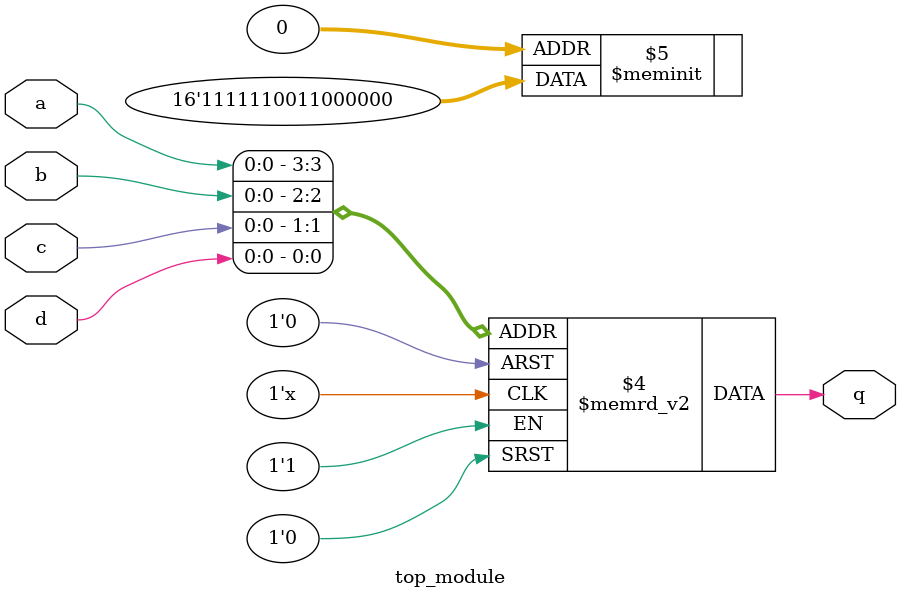
<source format=sv>
module top_module (
    input a, 
    input b, 
    input c, 
    input d,
    output reg q
);

always @(*) begin
    case ({a, b, c, d})
        4'b0000, 4'b0001, 4'b0010, 4'b0011: q = 0;
        4'b0100, 4'b0101: q = 0; 
        4'b0110, 4'b0111: q = 1;
        4'b1000, 4'b1001: q = 0;
        4'b1010, 4'b1011, 4'b1100, 4'b1101, 4'b1110, 4'b1111: q = 1;
        default: q = 0;
    endcase
end

endmodule

</source>
